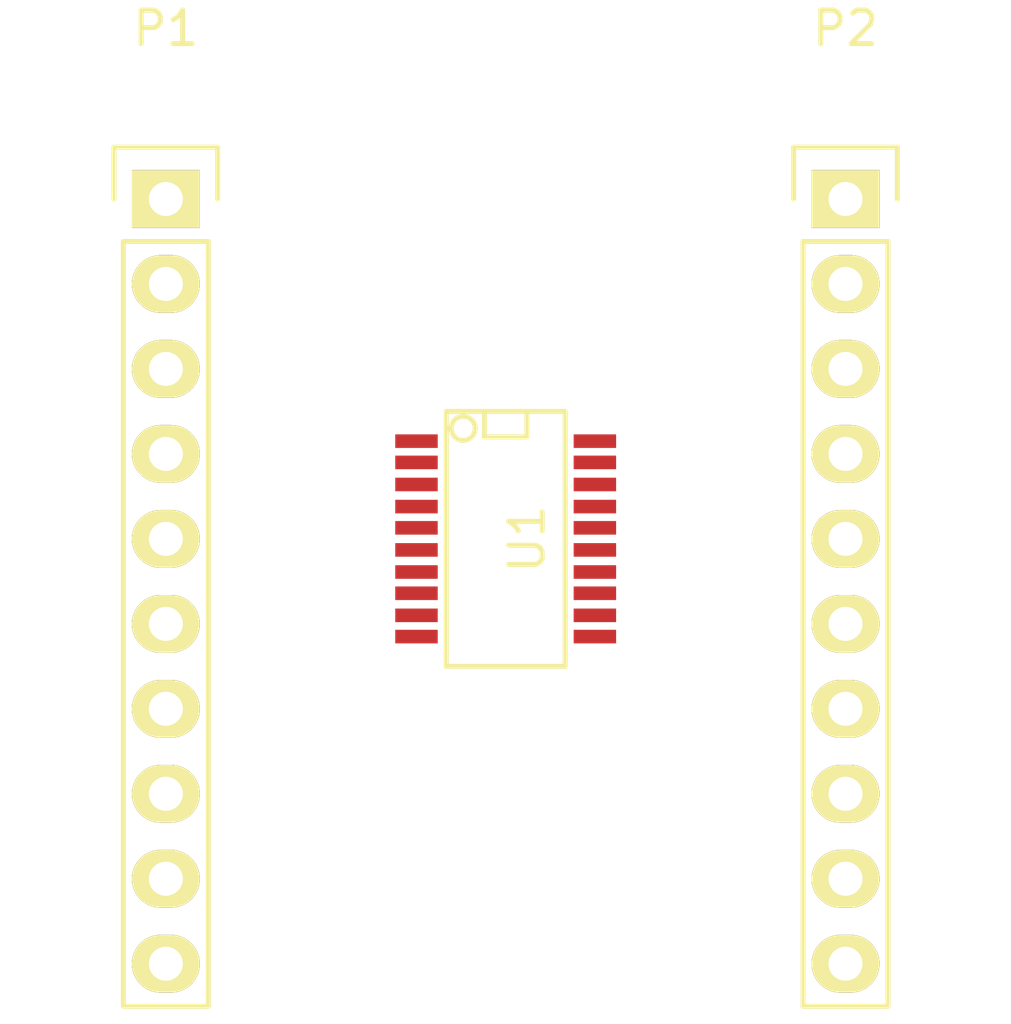
<source format=kicad_pcb>
(kicad_pcb (version 4) (host pcbnew 4.0.2-4+6225~38~ubuntu14.04.1-stable)

  (general
    (links 22)
    (no_connects 22)
    (area 0 0 0 0)
    (thickness 1.6)
    (drawings 0)
    (tracks 0)
    (zones 0)
    (modules 3)
    (nets 19)
  )

  (page A4)
  (layers
    (0 F.Cu signal)
    (31 B.Cu signal)
    (32 B.Adhes user)
    (33 F.Adhes user)
    (34 B.Paste user)
    (35 F.Paste user)
    (36 B.SilkS user)
    (37 F.SilkS user)
    (38 B.Mask user)
    (39 F.Mask user)
    (40 Dwgs.User user)
    (41 Cmts.User user)
    (42 Eco1.User user)
    (43 Eco2.User user)
    (44 Edge.Cuts user)
    (45 Margin user)
    (46 B.CrtYd user)
    (47 F.CrtYd user)
    (48 B.Fab user)
    (49 F.Fab user)
  )

  (setup
    (last_trace_width 0.25)
    (trace_clearance 0.25)
    (zone_clearance 0.508)
    (zone_45_only no)
    (trace_min 0.2)
    (segment_width 0.2)
    (edge_width 0.15)
    (via_size 2)
    (via_drill 1)
    (via_min_size 0.4)
    (via_min_drill 0.3)
    (uvia_size 0.3)
    (uvia_drill 0.1)
    (uvias_allowed no)
    (uvia_min_size 0.2)
    (uvia_min_drill 0.1)
    (pcb_text_width 0.3)
    (pcb_text_size 1.5 1.5)
    (mod_edge_width 0.15)
    (mod_text_size 1 1)
    (mod_text_width 0.15)
    (pad_size 1.524 1.524)
    (pad_drill 0.762)
    (pad_to_mask_clearance 0.2)
    (aux_axis_origin 0 0)
    (visible_elements FFFFFF7F)
    (pcbplotparams
      (layerselection 0x00030_80000001)
      (usegerberextensions false)
      (excludeedgelayer true)
      (linewidth 0.100000)
      (plotframeref false)
      (viasonmask false)
      (mode 1)
      (useauxorigin false)
      (hpglpennumber 1)
      (hpglpenspeed 20)
      (hpglpendiameter 15)
      (hpglpenoverlay 2)
      (psnegative false)
      (psa4output false)
      (plotreference true)
      (plotvalue true)
      (plotinvisibletext false)
      (padsonsilk false)
      (subtractmaskfromsilk false)
      (outputformat 1)
      (mirror false)
      (drillshape 1)
      (scaleselection 1)
      (outputdirectory ""))
  )

  (net 0 "")
  (net 1 "Net-(P1-Pad1)")
  (net 2 "Net-(P1-Pad2)")
  (net 3 "Net-(P1-Pad3)")
  (net 4 "Net-(P1-Pad4)")
  (net 5 GND)
  (net 6 "Net-(P1-Pad7)")
  (net 7 "Net-(P1-Pad8)")
  (net 8 "Net-(P1-Pad9)")
  (net 9 "Net-(P1-Pad10)")
  (net 10 "Net-(P2-Pad1)")
  (net 11 "Net-(P2-Pad2)")
  (net 12 "Net-(P2-Pad3)")
  (net 13 "Net-(P2-Pad4)")
  (net 14 "Net-(P2-Pad5)")
  (net 15 "Net-(P2-Pad7)")
  (net 16 "Net-(P2-Pad8)")
  (net 17 "Net-(P2-Pad9)")
  (net 18 "Net-(P2-Pad10)")

  (net_class Default "This is the default net class."
    (clearance 0.25)
    (trace_width 0.25)
    (via_dia 2)
    (via_drill 1)
    (uvia_dia 0.3)
    (uvia_drill 0.1)
    (add_net GND)
    (add_net "Net-(P1-Pad1)")
    (add_net "Net-(P1-Pad10)")
    (add_net "Net-(P1-Pad2)")
    (add_net "Net-(P1-Pad3)")
    (add_net "Net-(P1-Pad4)")
    (add_net "Net-(P1-Pad7)")
    (add_net "Net-(P1-Pad8)")
    (add_net "Net-(P1-Pad9)")
    (add_net "Net-(P2-Pad1)")
    (add_net "Net-(P2-Pad10)")
    (add_net "Net-(P2-Pad2)")
    (add_net "Net-(P2-Pad3)")
    (add_net "Net-(P2-Pad4)")
    (add_net "Net-(P2-Pad5)")
    (add_net "Net-(P2-Pad7)")
    (add_net "Net-(P2-Pad8)")
    (add_net "Net-(P2-Pad9)")
  )

  (module Pin_Headers:Pin_Header_Straight_1x10 (layer F.Cu) (tedit 0) (tstamp 571133EA)
    (at 137.16 99.06)
    (descr "Through hole pin header")
    (tags "pin header")
    (path /5710AA57)
    (fp_text reference P1 (at 0 -5.1) (layer F.SilkS)
      (effects (font (size 1 1) (thickness 0.15)))
    )
    (fp_text value CONN_01X10 (at 0 -3.1) (layer F.Fab)
      (effects (font (size 1 1) (thickness 0.15)))
    )
    (fp_line (start -1.75 -1.75) (end -1.75 24.65) (layer F.CrtYd) (width 0.05))
    (fp_line (start 1.75 -1.75) (end 1.75 24.65) (layer F.CrtYd) (width 0.05))
    (fp_line (start -1.75 -1.75) (end 1.75 -1.75) (layer F.CrtYd) (width 0.05))
    (fp_line (start -1.75 24.65) (end 1.75 24.65) (layer F.CrtYd) (width 0.05))
    (fp_line (start 1.27 1.27) (end 1.27 24.13) (layer F.SilkS) (width 0.15))
    (fp_line (start 1.27 24.13) (end -1.27 24.13) (layer F.SilkS) (width 0.15))
    (fp_line (start -1.27 24.13) (end -1.27 1.27) (layer F.SilkS) (width 0.15))
    (fp_line (start 1.55 -1.55) (end 1.55 0) (layer F.SilkS) (width 0.15))
    (fp_line (start 1.27 1.27) (end -1.27 1.27) (layer F.SilkS) (width 0.15))
    (fp_line (start -1.55 0) (end -1.55 -1.55) (layer F.SilkS) (width 0.15))
    (fp_line (start -1.55 -1.55) (end 1.55 -1.55) (layer F.SilkS) (width 0.15))
    (pad 1 thru_hole rect (at 0 0) (size 2.032 1.7272) (drill 1.016) (layers *.Cu *.Mask F.SilkS)
      (net 1 "Net-(P1-Pad1)"))
    (pad 2 thru_hole oval (at 0 2.54) (size 2.032 1.7272) (drill 1.016) (layers *.Cu *.Mask F.SilkS)
      (net 2 "Net-(P1-Pad2)"))
    (pad 3 thru_hole oval (at 0 5.08) (size 2.032 1.7272) (drill 1.016) (layers *.Cu *.Mask F.SilkS)
      (net 3 "Net-(P1-Pad3)"))
    (pad 4 thru_hole oval (at 0 7.62) (size 2.032 1.7272) (drill 1.016) (layers *.Cu *.Mask F.SilkS)
      (net 4 "Net-(P1-Pad4)"))
    (pad 5 thru_hole oval (at 0 10.16) (size 2.032 1.7272) (drill 1.016) (layers *.Cu *.Mask F.SilkS)
      (net 5 GND))
    (pad 6 thru_hole oval (at 0 12.7) (size 2.032 1.7272) (drill 1.016) (layers *.Cu *.Mask F.SilkS)
      (net 5 GND))
    (pad 7 thru_hole oval (at 0 15.24) (size 2.032 1.7272) (drill 1.016) (layers *.Cu *.Mask F.SilkS)
      (net 6 "Net-(P1-Pad7)"))
    (pad 8 thru_hole oval (at 0 17.78) (size 2.032 1.7272) (drill 1.016) (layers *.Cu *.Mask F.SilkS)
      (net 7 "Net-(P1-Pad8)"))
    (pad 9 thru_hole oval (at 0 20.32) (size 2.032 1.7272) (drill 1.016) (layers *.Cu *.Mask F.SilkS)
      (net 8 "Net-(P1-Pad9)"))
    (pad 10 thru_hole oval (at 0 22.86) (size 2.032 1.7272) (drill 1.016) (layers *.Cu *.Mask F.SilkS)
      (net 9 "Net-(P1-Pad10)"))
    (model Pin_Headers.3dshapes/Pin_Header_Straight_1x10.wrl
      (at (xyz 0 -0.45 0))
      (scale (xyz 1 1 1))
      (rotate (xyz 0 0 90))
    )
  )

  (module Pin_Headers:Pin_Header_Straight_1x10 (layer F.Cu) (tedit 0) (tstamp 571133F8)
    (at 157.48 99.06)
    (descr "Through hole pin header")
    (tags "pin header")
    (path /5710A9F0)
    (fp_text reference P2 (at 0 -5.1) (layer F.SilkS)
      (effects (font (size 1 1) (thickness 0.15)))
    )
    (fp_text value CONN_01X10 (at 0 -3.1) (layer F.Fab)
      (effects (font (size 1 1) (thickness 0.15)))
    )
    (fp_line (start -1.75 -1.75) (end -1.75 24.65) (layer F.CrtYd) (width 0.05))
    (fp_line (start 1.75 -1.75) (end 1.75 24.65) (layer F.CrtYd) (width 0.05))
    (fp_line (start -1.75 -1.75) (end 1.75 -1.75) (layer F.CrtYd) (width 0.05))
    (fp_line (start -1.75 24.65) (end 1.75 24.65) (layer F.CrtYd) (width 0.05))
    (fp_line (start 1.27 1.27) (end 1.27 24.13) (layer F.SilkS) (width 0.15))
    (fp_line (start 1.27 24.13) (end -1.27 24.13) (layer F.SilkS) (width 0.15))
    (fp_line (start -1.27 24.13) (end -1.27 1.27) (layer F.SilkS) (width 0.15))
    (fp_line (start 1.55 -1.55) (end 1.55 0) (layer F.SilkS) (width 0.15))
    (fp_line (start 1.27 1.27) (end -1.27 1.27) (layer F.SilkS) (width 0.15))
    (fp_line (start -1.55 0) (end -1.55 -1.55) (layer F.SilkS) (width 0.15))
    (fp_line (start -1.55 -1.55) (end 1.55 -1.55) (layer F.SilkS) (width 0.15))
    (pad 1 thru_hole rect (at 0 0) (size 2.032 1.7272) (drill 1.016) (layers *.Cu *.Mask F.SilkS)
      (net 10 "Net-(P2-Pad1)"))
    (pad 2 thru_hole oval (at 0 2.54) (size 2.032 1.7272) (drill 1.016) (layers *.Cu *.Mask F.SilkS)
      (net 11 "Net-(P2-Pad2)"))
    (pad 3 thru_hole oval (at 0 5.08) (size 2.032 1.7272) (drill 1.016) (layers *.Cu *.Mask F.SilkS)
      (net 12 "Net-(P2-Pad3)"))
    (pad 4 thru_hole oval (at 0 7.62) (size 2.032 1.7272) (drill 1.016) (layers *.Cu *.Mask F.SilkS)
      (net 13 "Net-(P2-Pad4)"))
    (pad 5 thru_hole oval (at 0 10.16) (size 2.032 1.7272) (drill 1.016) (layers *.Cu *.Mask F.SilkS)
      (net 14 "Net-(P2-Pad5)"))
    (pad 6 thru_hole oval (at 0 12.7) (size 2.032 1.7272) (drill 1.016) (layers *.Cu *.Mask F.SilkS)
      (net 14 "Net-(P2-Pad5)"))
    (pad 7 thru_hole oval (at 0 15.24) (size 2.032 1.7272) (drill 1.016) (layers *.Cu *.Mask F.SilkS)
      (net 15 "Net-(P2-Pad7)"))
    (pad 8 thru_hole oval (at 0 17.78) (size 2.032 1.7272) (drill 1.016) (layers *.Cu *.Mask F.SilkS)
      (net 16 "Net-(P2-Pad8)"))
    (pad 9 thru_hole oval (at 0 20.32) (size 2.032 1.7272) (drill 1.016) (layers *.Cu *.Mask F.SilkS)
      (net 17 "Net-(P2-Pad9)"))
    (pad 10 thru_hole oval (at 0 22.86) (size 2.032 1.7272) (drill 1.016) (layers *.Cu *.Mask F.SilkS)
      (net 18 "Net-(P2-Pad10)"))
    (model Pin_Headers.3dshapes/Pin_Header_Straight_1x10.wrl
      (at (xyz 0 -0.45 0))
      (scale (xyz 1 1 1))
      (rotate (xyz 0 0 90))
    )
  )

  (module SMD_Packages:SSOP-20 (layer F.Cu) (tedit 0) (tstamp 57113410)
    (at 147.32 109.22 270)
    (descr "SSOP 20 pins")
    (tags "CMS SSOP SMD")
    (path /5710A915)
    (attr smd)
    (fp_text reference U1 (at 0 -0.635 270) (layer F.SilkS)
      (effects (font (size 1 1) (thickness 0.15)))
    )
    (fp_text value PIC16F1827 (at 0 0.635 270) (layer F.Fab)
      (effects (font (size 1 1) (thickness 0.15)))
    )
    (fp_line (start 3.81 -1.778) (end -3.81 -1.778) (layer F.SilkS) (width 0.15))
    (fp_line (start -3.81 1.778) (end 3.81 1.778) (layer F.SilkS) (width 0.15))
    (fp_line (start 3.81 -1.778) (end 3.81 1.778) (layer F.SilkS) (width 0.15))
    (fp_line (start -3.81 1.778) (end -3.81 -1.778) (layer F.SilkS) (width 0.15))
    (fp_circle (center -3.302 1.27) (end -3.556 1.016) (layer F.SilkS) (width 0.15))
    (fp_line (start -3.81 -0.635) (end -3.048 -0.635) (layer F.SilkS) (width 0.15))
    (fp_line (start -3.048 -0.635) (end -3.048 0.635) (layer F.SilkS) (width 0.15))
    (fp_line (start -3.048 0.635) (end -3.81 0.635) (layer F.SilkS) (width 0.15))
    (pad 1 smd rect (at -2.921 2.667 270) (size 0.4064 1.27) (layers F.Cu F.Paste F.Mask)
      (net 1 "Net-(P1-Pad1)"))
    (pad 2 smd rect (at -2.286 2.667 270) (size 0.4064 1.27) (layers F.Cu F.Paste F.Mask)
      (net 2 "Net-(P1-Pad2)"))
    (pad 3 smd rect (at -1.6256 2.667 270) (size 0.4064 1.27) (layers F.Cu F.Paste F.Mask)
      (net 3 "Net-(P1-Pad3)"))
    (pad 4 smd rect (at -0.9652 2.667 270) (size 0.4064 1.27) (layers F.Cu F.Paste F.Mask)
      (net 4 "Net-(P1-Pad4)"))
    (pad 5 smd rect (at -0.3302 2.667 270) (size 0.4064 1.27) (layers F.Cu F.Paste F.Mask)
      (net 5 GND))
    (pad 6 smd rect (at 0.3302 2.667 270) (size 0.4064 1.27) (layers F.Cu F.Paste F.Mask)
      (net 5 GND))
    (pad 7 smd rect (at 0.9906 2.667 270) (size 0.4064 1.27) (layers F.Cu F.Paste F.Mask)
      (net 6 "Net-(P1-Pad7)"))
    (pad 8 smd rect (at 1.6256 2.667 270) (size 0.4064 1.27) (layers F.Cu F.Paste F.Mask)
      (net 7 "Net-(P1-Pad8)"))
    (pad 9 smd rect (at 2.286 2.667 270) (size 0.4064 1.27) (layers F.Cu F.Paste F.Mask)
      (net 8 "Net-(P1-Pad9)"))
    (pad 10 smd rect (at 2.921 2.667 270) (size 0.4064 1.27) (layers F.Cu F.Paste F.Mask)
      (net 9 "Net-(P1-Pad10)"))
    (pad 11 smd rect (at 2.921 -2.667 270) (size 0.4064 1.27) (layers F.Cu F.Paste F.Mask)
      (net 18 "Net-(P2-Pad10)"))
    (pad 12 smd rect (at 2.286 -2.667 270) (size 0.4064 1.27) (layers F.Cu F.Paste F.Mask)
      (net 17 "Net-(P2-Pad9)"))
    (pad 13 smd rect (at 1.6256 -2.667 270) (size 0.4064 1.27) (layers F.Cu F.Paste F.Mask)
      (net 16 "Net-(P2-Pad8)"))
    (pad 14 smd rect (at 0.9906 -2.667 270) (size 0.4064 1.27) (layers F.Cu F.Paste F.Mask)
      (net 15 "Net-(P2-Pad7)"))
    (pad 15 smd rect (at 0.3302 -2.667 270) (size 0.4064 1.27) (layers F.Cu F.Paste F.Mask)
      (net 14 "Net-(P2-Pad5)"))
    (pad 16 smd rect (at -0.3302 -2.667 270) (size 0.4064 1.27) (layers F.Cu F.Paste F.Mask)
      (net 14 "Net-(P2-Pad5)"))
    (pad 17 smd rect (at -0.9652 -2.667 270) (size 0.4064 1.27) (layers F.Cu F.Paste F.Mask)
      (net 13 "Net-(P2-Pad4)"))
    (pad 18 smd rect (at -1.6256 -2.667 270) (size 0.4064 1.27) (layers F.Cu F.Paste F.Mask)
      (net 12 "Net-(P2-Pad3)"))
    (pad 19 smd rect (at -2.286 -2.667 270) (size 0.4064 1.27) (layers F.Cu F.Paste F.Mask)
      (net 11 "Net-(P2-Pad2)"))
    (pad 20 smd rect (at -2.921 -2.667 270) (size 0.4064 1.27) (layers F.Cu F.Paste F.Mask)
      (net 10 "Net-(P2-Pad1)"))
    (model SMD_Packages.3dshapes/SSOP-20.wrl
      (at (xyz 0 0 0))
      (scale (xyz 0.255 0.33 0.3))
      (rotate (xyz 0 0 0))
    )
  )

)

</source>
